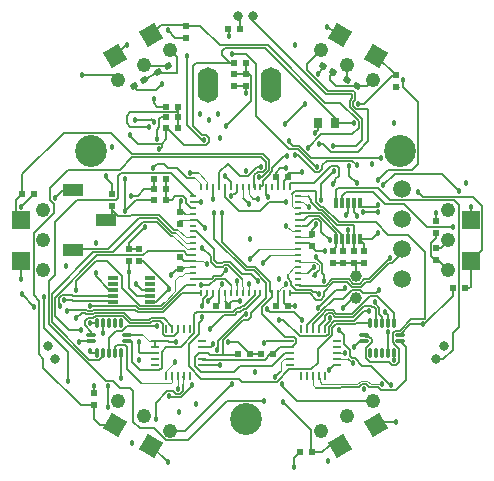
<source format=gbl>
G04 Layer_Physical_Order=4*
G04 Layer_Color=16711680*
%FSLAX25Y25*%
%MOIN*%
G70*
G01*
G75*
%ADD12P,0.08352X4X165.0*%
%ADD13R,0.05906X0.05906*%
%ADD14P,0.08352X4X285.0*%
%ADD25R,0.02362X0.01969*%
%ADD26R,0.01969X0.02362*%
G04:AMPARAMS|DCode=29|XSize=19.69mil|YSize=23.62mil|CornerRadius=0mil|HoleSize=0mil|Usage=FLASHONLY|Rotation=60.000|XOffset=0mil|YOffset=0mil|HoleType=Round|Shape=Rectangle|*
%AMROTATEDRECTD29*
4,1,4,0.00531,-0.01443,-0.01515,-0.00262,-0.00531,0.01443,0.01515,0.00262,0.00531,-0.01443,0.0*
%
%ADD29ROTATEDRECTD29*%

G04:AMPARAMS|DCode=30|XSize=19.69mil|YSize=23.62mil|CornerRadius=0mil|HoleSize=0mil|Usage=FLASHONLY|Rotation=120.000|XOffset=0mil|YOffset=0mil|HoleType=Round|Shape=Rectangle|*
%AMROTATEDRECTD30*
4,1,4,0.01515,-0.00262,-0.00531,-0.01443,-0.01515,0.00262,0.00531,0.01443,0.01515,-0.00262,0.0*
%
%ADD30ROTATEDRECTD30*%

%ADD31R,0.03150X0.03543*%
%ADD37C,0.00500*%
%ADD40C,0.03937*%
%ADD41O,0.06890X0.11811*%
%ADD42C,0.05906*%
%ADD43C,0.04800*%
%ADD44C,0.10630*%
%ADD45C,0.01800*%
%ADD56O,0.02559X0.00984*%
%ADD57O,0.00984X0.02559*%
%ADD58O,0.03150X0.00984*%
%ADD59O,0.00984X0.03150*%
%ADD60R,0.03347X0.01181*%
%ADD61R,0.01181X0.03347*%
%ADD62R,0.06890X0.03937*%
%ADD63O,0.01181X0.03347*%
%ADD64O,0.03347X0.01181*%
%ADD65C,0.00492*%
%ADD66C,0.03150*%
D12*
X50966Y150897D02*
D03*
X39033Y144007D02*
D03*
X114034Y14103D02*
D03*
X125967Y20993D02*
D03*
D13*
X7500Y89389D02*
D03*
Y75610D02*
D03*
X157500Y75611D02*
D03*
Y89390D02*
D03*
D14*
X39033Y20993D02*
D03*
X50967Y14103D02*
D03*
X125967Y144008D02*
D03*
X114033Y150897D02*
D03*
D25*
X80468Y153000D02*
D03*
X76531D02*
D03*
X82468Y141500D02*
D03*
X78531D02*
D03*
X59969Y127000D02*
D03*
X56032D02*
D03*
X59969Y120000D02*
D03*
X56032D02*
D03*
X55968Y99500D02*
D03*
X52031D02*
D03*
X55968Y96000D02*
D03*
X52031D02*
D03*
X83969Y44500D02*
D03*
X80032D02*
D03*
X91469Y44500D02*
D03*
X87532D02*
D03*
X11969Y98000D02*
D03*
X8032D02*
D03*
X100531Y12000D02*
D03*
X104469D02*
D03*
X155468Y66500D02*
D03*
X151532D02*
D03*
X59969Y123500D02*
D03*
X56032D02*
D03*
X52031Y103000D02*
D03*
X55968D02*
D03*
X96469Y103500D02*
D03*
X92532D02*
D03*
X96469Y60500D02*
D03*
X92532D02*
D03*
X72531D02*
D03*
X76468D02*
D03*
D26*
X47000Y75532D02*
D03*
Y79469D02*
D03*
X43500D02*
D03*
Y75532D02*
D03*
X111500Y78969D02*
D03*
Y75032D02*
D03*
X115000D02*
D03*
Y78969D02*
D03*
X118500D02*
D03*
Y75032D02*
D03*
X122000D02*
D03*
Y78969D02*
D03*
X78500Y137969D02*
D03*
Y134031D02*
D03*
X38000Y97969D02*
D03*
Y94032D02*
D03*
X62500Y153969D02*
D03*
Y150031D02*
D03*
X32000Y27531D02*
D03*
Y31468D02*
D03*
X132500Y133531D02*
D03*
Y137469D02*
D03*
X146000Y88968D02*
D03*
Y85031D02*
D03*
X82500Y134031D02*
D03*
Y137969D02*
D03*
X146000Y76032D02*
D03*
Y79969D02*
D03*
X60500Y91969D02*
D03*
Y88032D02*
D03*
Y73032D02*
D03*
Y76968D02*
D03*
X104500Y84469D02*
D03*
Y80532D02*
D03*
D29*
X111705Y138516D02*
D03*
X108295Y140484D02*
D03*
X116295Y135984D02*
D03*
X119705Y134016D02*
D03*
D30*
X45295D02*
D03*
X48705Y135984D02*
D03*
X53295Y138516D02*
D03*
X56705Y140484D02*
D03*
D31*
X106744Y121500D02*
D03*
X112256D02*
D03*
D37*
X94000Y46969D02*
X97997D01*
X89390Y63390D02*
Y68444D01*
X67874Y45000D02*
X70000D01*
X66905D02*
X67874D01*
X109517Y109050D02*
X117950D01*
X108050Y107583D02*
X109517Y109050D01*
X99967Y111000D02*
X105717Y105250D01*
X99000Y111000D02*
X99967D01*
X95250Y110750D02*
X96367D01*
X114978Y65978D02*
X115500Y66500D01*
X112478Y65978D02*
X114978D01*
X107436Y58598D02*
X111838Y63000D01*
X115000D01*
X117978Y65978D01*
X120563D01*
X107583Y62750D02*
X108650Y63816D01*
Y65402D01*
X111748Y68500D01*
X116418D01*
X117897Y67022D01*
X120977D01*
X122456Y68500D01*
X124000D01*
X130350Y74850D01*
X131183D01*
X134500Y78167D01*
Y79508D01*
X122041Y69500D02*
X123500D01*
X120563Y68022D02*
X122041Y69500D01*
X118311Y68022D02*
X120563D01*
X116833Y69500D02*
X118311Y68022D01*
X111333Y69500D02*
X116833D01*
X123500D02*
X130500Y76500D01*
X109183Y67350D02*
X111333Y69500D01*
X106500Y60000D02*
X112478Y65978D01*
X90600Y104938D02*
X91150Y105488D01*
X90600Y104600D02*
Y104938D01*
X91150Y105488D02*
Y106650D01*
X95250Y110750D01*
X89600Y105353D02*
X90150Y105902D01*
Y109350D01*
X88600Y105767D02*
X89150Y106317D01*
Y108490D01*
X89600Y105262D02*
Y105353D01*
X87838Y103500D02*
X89600Y105262D01*
X88600Y105676D02*
Y105767D01*
X88274Y105350D02*
X88600Y105676D01*
X86516Y105350D02*
X88274D01*
X88148Y102148D02*
X90600Y104600D01*
X88148Y100845D02*
Y102148D01*
X87421Y100118D02*
X88148Y100845D01*
X88360Y111140D02*
X90150Y109350D01*
X87500Y110140D02*
X89150Y108490D01*
X44860Y111140D02*
X88360D01*
X44740Y110140D02*
X87500D01*
X96469Y104850D02*
X100741D01*
X101291Y105400D01*
X96469Y103500D02*
Y104850D01*
X94000Y106500D02*
X96000D01*
X92532Y105032D02*
X94000Y106500D01*
X87000Y103500D02*
X87838D01*
X85350Y100118D02*
Y104183D01*
Y100118D02*
X85453D01*
X85350Y104183D02*
X86516Y105350D01*
X86334Y107000D02*
X87500D01*
X83183Y103850D02*
X86334Y107000D01*
X76500Y108000D02*
X80650Y103850D01*
X83183D01*
X89390Y97610D02*
Y100118D01*
Y97610D02*
X90000Y97000D01*
X76469Y60800D02*
X77926Y62258D01*
X82765Y59650D02*
X87421Y64306D01*
X81817Y59650D02*
X82765D01*
X80602Y59850D02*
X81402Y60650D01*
X81796D02*
X85453Y64306D01*
X81402Y60650D02*
X81796D01*
X77926Y62258D02*
X80677D01*
X80716Y58550D02*
X81817Y59650D01*
X70800Y46969D02*
X71500Y48000D01*
X80716Y58550D02*
Y58552D01*
X79638D02*
X80716D01*
X78851Y57766D02*
X79638Y58552D01*
X79522Y59850D02*
X80602D01*
X74500Y81914D02*
Y91500D01*
Y81914D02*
X82914Y73500D01*
X81516Y96484D02*
X83500Y94500D01*
X82914Y73500D02*
X85748D01*
X82500Y72500D02*
X85334D01*
X72000Y83000D02*
X82500Y72500D01*
X72000Y83000D02*
Y91500D01*
X74902Y75150D02*
X77436D01*
X81286Y71300D01*
X75317Y74150D02*
X76683D01*
X81200Y69634D01*
X81286Y71300D02*
X84200D01*
X85748Y73500D02*
X90632Y68616D01*
Y65608D02*
Y68616D01*
Y65608D02*
X91358Y64882D01*
X85334Y72500D02*
X89390Y68444D01*
X84200Y71300D02*
X86500Y69000D01*
X84000Y76250D02*
X87297Y79547D01*
X88321Y75000D02*
X90900Y77579D01*
X65881Y85453D02*
X71850Y79483D01*
Y75817D02*
Y79483D01*
X70850Y75402D02*
X72500Y73752D01*
Y73769D01*
X74936D01*
X75317Y74150D01*
X74602Y74850D02*
X74902Y75150D01*
X72816Y74850D02*
X74602D01*
X71850Y75817D02*
X72816Y74850D01*
X85850Y124000D02*
Y141345D01*
Y124000D02*
X96850Y113000D01*
X100002D01*
X97000Y115200D02*
X98200Y114000D01*
X97000Y115200D02*
Y115500D01*
X92532Y103500D02*
Y105032D01*
X75500Y104000D02*
X77579Y101921D01*
X73642Y100118D02*
Y105142D01*
X104359Y110057D02*
X127645D01*
X100417Y114000D02*
X104359Y110057D01*
X106102Y106900D02*
X106400D01*
X100002Y113000D02*
X106102Y106900D01*
X117950Y109050D02*
X119500Y107500D01*
X117100Y104100D02*
Y107400D01*
Y104100D02*
X119600Y101600D01*
X113350Y99950D02*
X126550D01*
X116000Y98500D02*
X125100D01*
X98200Y114000D02*
X100417D01*
X108050Y106217D02*
Y107583D01*
X107083Y105250D02*
X108050Y106217D01*
X105717Y105250D02*
X107083D01*
X84300Y128800D02*
Y137169D01*
X76000Y120500D02*
X84300Y128800D01*
X76000Y120500D02*
Y120900D01*
X75900Y121000D02*
X76000Y120900D01*
X57506Y104994D02*
X64882Y97618D01*
Y97264D02*
Y97618D01*
X41000Y104994D02*
X57506D01*
X40700Y106100D02*
X44740Y110140D01*
X44593Y111407D02*
X44860Y111140D01*
X80410Y92250D02*
X87364D01*
X75617Y97044D02*
Y100112D01*
Y97044D02*
X80410Y92250D01*
X77579Y100118D02*
Y101921D01*
X59653Y106547D02*
X63000Y103200D01*
X56777Y106547D02*
X59653D01*
X55324Y108000D02*
X56777Y106547D01*
X52800Y108000D02*
X55324D01*
X44593Y111407D02*
X44593D01*
X37600Y118400D02*
X44593Y111407D01*
X51500Y106700D02*
X52800Y108000D01*
X39800Y103794D02*
X41000Y104994D01*
X71673Y96327D02*
X71700Y96300D01*
X71673Y96327D02*
Y100118D01*
X75610D02*
X75617Y100112D01*
X71700Y96300D02*
Y96924D01*
X75500Y100008D02*
X75610Y100118D01*
X87364Y92250D02*
X90314Y95200D01*
X95800D01*
X13500Y44500D02*
Y59466D01*
Y44500D02*
X15000Y43000D01*
Y40000D02*
Y43000D01*
Y40000D02*
X27469Y27531D01*
X11800Y64200D02*
X13750Y62250D01*
Y59716D02*
Y62250D01*
X13500Y59466D02*
X13750Y59716D01*
X23200Y35700D02*
Y45300D01*
X15300Y53200D02*
X23200Y45300D01*
X15300Y53200D02*
Y63500D01*
X16850Y54650D02*
X35850Y35650D01*
X16850Y54650D02*
Y68950D01*
X17850Y55150D02*
X30344Y42656D01*
X17850Y55150D02*
Y64764D01*
X148427Y42928D02*
X151500Y46000D01*
X145924Y42928D02*
X148427D01*
X151500Y46000D02*
Y51500D01*
X153500Y53500D01*
Y94300D01*
X77000Y150500D02*
Y153031D01*
X76531Y153500D02*
X77000Y153031D01*
X67598Y38500D02*
X78500D01*
X65549Y40549D02*
X67598Y38500D01*
X78500D02*
X80500Y40500D01*
X73937Y41063D02*
X74000Y41000D01*
X68140Y42766D02*
X89023D01*
X120637Y82798D02*
X122000Y81435D01*
Y78969D02*
Y81435D01*
X118500Y78969D02*
X118668Y79137D01*
Y82798D01*
X114731D02*
X115000Y82529D01*
Y78969D02*
Y82529D01*
X107512Y91650D02*
X114731Y84430D01*
Y82798D02*
Y84430D01*
X118260Y63260D02*
X119437D01*
X115000Y60000D02*
X118260Y63260D01*
X120563Y65978D02*
X121541Y65000D01*
X124022Y64000D02*
X126219D01*
X118022Y58000D02*
X124022Y64000D01*
X112333Y57000D02*
X118436D01*
X112748Y58000D02*
X118022D01*
X118436Y57000D02*
X122086Y60650D01*
X124183D01*
X121541Y65000D02*
X126000D01*
X63000Y121086D02*
Y144000D01*
X56031Y120369D02*
X62050Y114350D01*
X69183D01*
X70150Y115317D01*
Y116683D01*
X69183Y117650D02*
X70150Y116683D01*
X67850Y117650D02*
X69183D01*
X65000Y120500D02*
X67850Y117650D01*
X63000Y121086D02*
X68086Y116000D01*
X68500D01*
X65000Y120500D02*
Y140500D01*
X66000Y141500D01*
X77555Y97439D02*
X78205Y98089D01*
X79089D01*
X77555Y97439D02*
Y98089D01*
X79547Y98547D02*
Y100118D01*
X79089Y98089D02*
X79547Y98547D01*
X126000Y65000D02*
X126797Y65797D01*
X126219Y64000D02*
X131937Y58282D01*
X122000Y75031D02*
X122500Y74531D01*
X115000Y75031D02*
X122000D01*
X115000Y75032D02*
X115000Y75031D01*
X119000Y74531D02*
X119215Y74317D01*
Y70962D02*
Y74317D01*
X112763Y80232D02*
Y82798D01*
X111500Y78969D02*
X112763Y80232D01*
X106017Y62750D02*
X107583D01*
X111183Y58150D02*
X112333Y57000D01*
X111598Y59150D02*
X112748Y58000D01*
X107850Y57598D02*
X109402Y59150D01*
X108850Y57183D02*
X109817Y58150D01*
X109402Y59150D02*
X111598D01*
X109817Y58150D02*
X111183D01*
X111955Y55541D02*
X118541D01*
X110179Y53765D02*
X111955Y55541D01*
X112541Y54541D02*
X118956D01*
X111179Y53179D02*
X112541Y54541D01*
X118541Y55541D02*
X122000Y59000D01*
X118956Y54541D02*
X119335Y54921D01*
X124063D01*
X105000Y52874D02*
Y54752D01*
X103031Y54198D02*
X107431Y58598D01*
X107845Y57598D02*
X107850D01*
X105000Y54752D02*
X107845Y57598D01*
X107431Y58598D02*
X107436D01*
X122000Y59000D02*
X123500D01*
X125500Y61500D02*
Y62000D01*
X126000Y54953D02*
Y59586D01*
X125436Y60150D02*
X126000Y59586D01*
X124683Y60150D02*
X125436D01*
X124183Y60650D02*
X124683Y60150D01*
X132000Y42500D02*
Y46500D01*
X129817Y49031D02*
X129832Y49047D01*
Y51848D01*
X131482Y51539D02*
X132268Y52325D01*
X131482Y48461D02*
Y51539D01*
X132268Y52325D02*
X133825D01*
X132683Y40850D02*
X133650Y41817D01*
X131482Y48461D02*
X132268Y47675D01*
X132319D01*
X133650Y46344D01*
Y41817D02*
Y46344D01*
X131317Y40850D02*
X132683D01*
X133906Y49016D02*
X136000Y46921D01*
Y36000D02*
Y46921D01*
X132500Y32500D02*
X136000Y36000D01*
X130167Y42000D02*
X131317Y40850D01*
X124000Y42000D02*
X130167D01*
X122722Y43278D02*
X124000Y42000D01*
X122722Y43278D02*
Y46717D01*
X123508Y47502D01*
X123559D01*
X124518Y48461D01*
Y49571D01*
X123732Y50356D02*
X124518Y49571D01*
X122722Y50356D02*
X123732D01*
X122094Y50984D02*
X122722Y50356D01*
X127667Y32500D02*
X132500D01*
X126663Y33504D02*
X127667Y32500D01*
X123650Y33504D02*
X126663D01*
X130667Y34333D02*
X130833D01*
X129817Y45850D02*
Y49031D01*
X133825Y52325D02*
X137650Y56150D01*
X133906Y50984D02*
X137421Y54500D01*
X141500D02*
X142114D01*
X137421D02*
X141500D01*
X129969Y45079D02*
Y45850D01*
X129817D02*
X129969D01*
X106500Y138000D02*
X108295Y139795D01*
Y140484D01*
X109867Y132300D02*
X118514D01*
X102850Y139317D02*
Y141217D01*
Y139317D02*
X109867Y132300D01*
X84469Y156031D02*
X109200Y131300D01*
X84469Y156031D02*
Y158000D01*
X109200Y131300D02*
X118100D01*
X102850Y141217D02*
X107590Y145957D01*
X111179Y50863D02*
Y53179D01*
X113500Y52500D02*
X115199Y50801D01*
X106600Y64500D02*
X107000D01*
X105800Y65300D02*
X106600Y64500D01*
X108850Y55850D02*
Y57183D01*
X110500Y55500D02*
Y56500D01*
X108937Y53937D02*
X110500Y55500D01*
X115199Y47801D02*
Y50801D01*
X110411Y39411D02*
X112063Y41063D01*
X120516Y49016D02*
X122094D01*
X118500Y47000D02*
X120516Y49016D01*
X117150Y43993D02*
Y45850D01*
X115199Y47801D02*
X117150Y45850D01*
Y43993D02*
X117943Y43201D01*
X118833D02*
X121434Y40600D01*
X124400D01*
X117943Y43201D02*
X118833D01*
X118150Y41551D02*
Y41579D01*
X116729Y43000D02*
X118150Y41579D01*
X104881Y65300D02*
X105800D01*
X104299Y65882D02*
X104881Y65300D01*
X101118Y65882D02*
X104299D01*
X101000Y66000D02*
X101118Y65882D01*
X103885Y64882D02*
X106017Y62750D01*
X97264Y64882D02*
X103885D01*
X99310Y66000D02*
X101000D01*
X97650Y67660D02*
X99310Y66000D01*
X100118Y67736D02*
X100504Y67350D01*
X110179Y51277D02*
Y53765D01*
X109451Y50549D02*
X110179Y51277D01*
X100549Y50549D02*
X109451D01*
X106969Y53969D02*
X108850Y55850D01*
X108500Y69000D02*
Y70950D01*
X100504Y67350D02*
X109183D01*
X107869Y71581D02*
X108500Y70950D01*
X97650Y67660D02*
Y68683D01*
X96500Y69833D02*
X97650Y68683D01*
X96500Y69833D02*
Y71442D01*
X106969Y52874D02*
Y53969D01*
X108937Y52874D02*
Y53937D01*
X19000Y96500D02*
X21772Y99272D01*
X17350Y95816D02*
Y100050D01*
Y95816D02*
X18500Y94666D01*
X17350Y100050D02*
X23400Y106100D01*
X18500Y91500D02*
Y94666D01*
X11800Y64200D02*
Y84800D01*
X18500Y91500D01*
X56500Y152500D02*
X58968Y150032D01*
X62500D01*
X50966Y150897D02*
X54219Y154150D01*
X62319D01*
X62500Y153969D01*
X53295Y138291D02*
X59709D01*
X57410Y145975D02*
X59709Y143676D01*
Y138291D02*
Y143676D01*
X53295Y138291D02*
Y138516D01*
X44732Y134405D02*
X46382Y132755D01*
X52755D01*
X54500Y134500D01*
X52651Y140709D02*
X56705D01*
X48750Y140975D02*
X49241Y140484D01*
X52426D01*
X52651Y140709D01*
X56705Y140484D02*
Y140709D01*
X48705Y135984D02*
X53295Y138516D01*
X151532Y63917D02*
Y66500D01*
X142114Y54500D02*
X151532Y63917D01*
X110500Y136000D02*
Y137311D01*
X111705Y138516D01*
X110500Y136000D02*
X112709Y133791D01*
X119480D01*
X111705Y137737D02*
Y138516D01*
X116250Y140957D02*
X116295Y140912D01*
Y135984D02*
Y140912D01*
X122969Y134016D02*
X124910Y135957D01*
X119705Y134016D02*
X122969D01*
X146000Y88969D02*
Y91550D01*
X144266Y77234D02*
X145469Y76031D01*
X144266Y77234D02*
Y81460D01*
X146000Y83194D01*
Y85032D01*
X147468Y79968D02*
X150000Y82500D01*
X146000Y79968D02*
X147468D01*
X146469Y76031D02*
X150000Y72500D01*
X146000Y76031D02*
X146469D01*
X125967Y144002D02*
X132500Y137468D01*
X125967Y144002D02*
Y144007D01*
X109500Y153500D02*
X114033Y150897D01*
X7500Y69500D02*
Y75610D01*
X7500Y75610D02*
X7500Y75610D01*
X8000Y64500D02*
X12100Y60400D01*
X50967Y14033D02*
X56500Y8500D01*
X128500Y22000D02*
X132500D01*
X125967Y19467D02*
X128500Y22000D01*
X95561Y67561D02*
X96000Y68000D01*
X55025Y58597D02*
X61310Y64882D01*
X45741Y59344D02*
X46489Y58597D01*
X55025D01*
X46000Y60500D02*
X46800Y59700D01*
X46000Y60500D02*
X46000Y60500D01*
X30500Y60500D02*
X46000D01*
X30344Y42656D02*
X33618D01*
X35850Y35650D02*
X38217D01*
X27000Y48500D02*
X27984Y49016D01*
X31094D01*
X23500Y52500D02*
X27500D01*
X35032Y51532D02*
Y54921D01*
X31094Y50984D02*
Y51993D01*
X28850Y54238D02*
X31094Y51993D01*
X28850Y54238D02*
Y55605D01*
X29817Y56571D01*
X31734D01*
X32508Y57344D01*
X41492D01*
X31598Y57850D02*
X32092Y58344D01*
X29402Y57850D02*
X31598D01*
X28908Y58344D02*
X29402Y57850D01*
X27844Y58344D02*
X28908D01*
X31183Y58850D02*
X31678Y59344D01*
X29817Y58850D02*
X31183D01*
X29322Y59344D02*
X29817Y58850D01*
X26000Y56500D02*
X27844Y58344D01*
X23344Y59344D02*
X29322D01*
X23000Y59000D02*
X23344Y59344D01*
X24835Y64031D02*
X38398D01*
X24950Y62150D02*
X38311D01*
X38398Y62063D01*
X24600Y62500D02*
X24950Y62150D01*
X24717Y64150D02*
X24835Y64031D01*
X30500Y54921D02*
X33063D01*
X46850Y45317D02*
X47167Y45000D01*
X52126Y46969D02*
Y48937D01*
X82695Y144500D02*
X85850Y141345D01*
X77800Y144500D02*
X82695D01*
X75500Y146500D02*
X89100D01*
X73800Y147500D02*
X89800D01*
X89100Y146500D02*
X112256Y123344D01*
X89800Y147500D02*
X108900Y128400D01*
X74500Y145500D02*
X75500Y146500D01*
X74500Y144222D02*
Y145500D01*
Y144222D02*
X77222Y141500D01*
X122032Y128000D02*
X131500Y137468D01*
X118350Y128683D02*
X119100Y129433D01*
Y131714D01*
X118514Y132300D02*
X119100Y131714D01*
X119317Y126350D02*
X122817D01*
X123300Y125867D01*
X117350Y126902D02*
X121400Y122852D01*
Y116000D02*
Y122852D01*
X118100Y129848D02*
Y131300D01*
X117350Y129098D02*
X118100Y129848D01*
X108900Y128400D02*
X113965D01*
X120200Y122165D01*
Y120000D02*
Y122165D01*
X117350Y126902D02*
Y129098D01*
X118350Y127317D02*
X119317Y126350D01*
X118350Y127317D02*
Y128683D01*
X120000Y128000D02*
X122032D01*
X123300Y115500D02*
Y125867D01*
X43850Y117400D02*
Y117590D01*
Y117400D02*
X46500Y114750D01*
X21931Y118400D02*
X37600D01*
X45500Y122500D02*
X50600D01*
X51100Y123000D01*
X52100Y122000D01*
X44000Y125240D02*
X59209D01*
X42800Y124040D02*
X44000Y125240D01*
X98500Y9969D02*
X100531Y12000D01*
X98500Y7000D02*
Y9969D01*
X133068Y134099D02*
X133635Y133531D01*
X132350Y133381D02*
X133068Y134099D01*
X132000Y121500D02*
X132350Y121850D01*
X135000Y133700D02*
Y136000D01*
X132500Y133531D02*
X133635D01*
X135000Y133700D02*
X140100Y128600D01*
Y108000D02*
Y128600D01*
X106000Y76463D02*
X107869Y74594D01*
X106031Y79000D02*
X109000D01*
X103516Y81516D02*
X106031Y79000D01*
X78500Y134032D02*
X82500D01*
X70850Y75402D02*
Y77150D01*
X68000Y80000D02*
X70850Y77150D01*
X81200Y69552D02*
Y69634D01*
X74150Y70650D02*
X76000Y72500D01*
X76500Y48500D02*
X79969D01*
X83969Y44500D01*
X75000Y44250D02*
X79781D01*
X70750D02*
X75000D01*
X83183Y55850D02*
X84150Y56817D01*
X78437Y58766D02*
X79522Y59850D01*
X84150Y56817D02*
Y58150D01*
X66266Y58766D02*
X78437D01*
X84150Y58150D02*
X89390Y63390D01*
X43000Y54000D02*
X53000D01*
X54821Y51277D02*
Y54679D01*
X53850Y55650D02*
X54821Y54679D01*
X51316Y55650D02*
X53850D01*
X54821Y51277D02*
X55549Y50549D01*
X67874Y41063D02*
X73937D01*
X80500Y40500D02*
X91243D01*
X95743Y45000D01*
X60500Y91969D02*
Y95000D01*
X61000Y95500D01*
X58950Y97150D02*
X61683D01*
X57800Y96000D02*
X58950Y97150D01*
X64306Y93327D02*
X64882D01*
X62650Y94983D02*
X64306Y93327D01*
X62650Y94983D02*
Y96184D01*
X61683Y97150D02*
X62650Y96184D01*
X55968Y96000D02*
X57800D01*
X91358Y63692D02*
Y64882D01*
X87850Y60184D02*
X91358Y63692D01*
X98723Y50179D02*
X99451Y49452D01*
Y48423D02*
Y49452D01*
X97997Y46969D02*
X99451Y48423D01*
X65500Y43595D02*
X66905Y45000D01*
X65500Y43595D02*
X65549Y43546D01*
Y40549D02*
Y43546D01*
X63500Y40500D02*
Y47946D01*
X67600Y36400D02*
X80200D01*
X63500Y40500D02*
X67600Y36400D01*
X63500Y47946D02*
X66850Y51296D01*
X95743Y45000D02*
X97126D01*
X38565Y137500D02*
X40090Y135975D01*
X28000Y137500D02*
X38565D01*
X18900Y88700D02*
X26200Y96000D01*
X21317Y64150D02*
X24717D01*
X20350Y63183D02*
X21317Y64150D01*
X20350Y60650D02*
Y63183D01*
Y60650D02*
X20500Y60500D01*
X22000Y62500D02*
X24600D01*
X18850Y57150D02*
Y63264D01*
X33048Y77463D02*
X48295D01*
X18850Y63264D02*
X33048Y77463D01*
X18850Y57150D02*
X23500Y52500D01*
X31678Y59344D02*
X45741D01*
X61310Y64882D02*
X67736D01*
X46800Y59700D02*
Y59700D01*
Y59700D02*
X54714D01*
X62750Y67736D01*
X41164Y66751D02*
X47214Y60700D01*
X54300D01*
X55600Y62000D01*
X41164Y66751D02*
Y70736D01*
X32092Y58344D02*
X41906D01*
X44251Y56000D01*
X50252D01*
X50902Y56650D02*
X55126D01*
X58032Y53745D01*
X50252Y56000D02*
X50902Y56650D01*
X58032Y52874D02*
Y53745D01*
X50667Y55000D02*
X51316Y55650D01*
X43837Y55000D02*
X50667D01*
X41492Y57344D02*
X43837Y55000D01*
X41325Y52325D02*
X43000Y54000D01*
X39325Y52325D02*
X41325D01*
X42906Y50984D02*
X48300D01*
X42906Y49016D02*
X44600D01*
Y42000D02*
Y49016D01*
X37000Y50000D02*
X39325Y52325D01*
X142350Y56150D02*
Y78650D01*
X136700Y84300D02*
X142350Y78650D01*
X137650Y56150D02*
X142350D01*
X100118Y89390D02*
X101976D01*
X124400Y40600D02*
X130667Y34333D01*
X129969Y54921D02*
Y57531D01*
X128000Y54921D02*
Y56800D01*
X104400Y39500D02*
X106608Y41708D01*
X66850Y54850D02*
X68000Y56000D01*
Y57000D01*
X65350Y57850D02*
X66266Y58766D01*
X65350Y51448D02*
Y57850D01*
X66850Y51296D02*
Y54850D01*
X68000Y60500D02*
X68350Y60850D01*
Y62884D01*
X69705Y64238D01*
Y64882D01*
X60802Y46900D02*
X65350Y51448D01*
X56000Y46900D02*
X60802D01*
X73642Y61610D02*
Y64882D01*
X72531Y60500D02*
X73642Y61610D01*
X76300Y60500D02*
Y61610D01*
X75610Y62300D02*
X76300Y61610D01*
X46850Y48350D02*
X47000Y48500D01*
X46850Y45317D02*
Y48350D01*
X44600Y42000D02*
X47300Y39300D01*
X53700D01*
X47167Y45000D02*
X52126D01*
X71673Y63873D02*
Y64882D01*
X83969Y44500D02*
X87531D01*
X70000Y45000D02*
X70750Y44250D01*
X79781D02*
X80031Y44500D01*
X67874Y43032D02*
X68140Y42766D01*
X89023D02*
X90757Y44500D01*
X91469D01*
X94000Y46969D02*
Y47031D01*
X91469Y44500D02*
X94000Y47031D01*
X7500Y93743D02*
X7711D01*
X11969Y98000D01*
X5850Y95818D02*
X8031Y98000D01*
X5850Y91039D02*
Y95818D01*
Y91039D02*
X7500Y89389D01*
X33618Y42656D02*
X35032Y44069D01*
Y45079D01*
X17850Y64764D02*
X31548Y78462D01*
X16850Y68950D02*
X18900Y71000D01*
X55549Y50549D02*
X58546D01*
X60000Y52003D01*
Y52874D01*
X52500Y62063D02*
X56787Y66350D01*
X50602Y62063D02*
X52500D01*
X62750Y67736D02*
X64882D01*
X48332Y75531D02*
X56850Y67014D01*
Y66350D02*
Y67014D01*
X82500Y131450D02*
Y134032D01*
X46476Y97200D02*
X48776Y99500D01*
X44209Y97200D02*
X46476D01*
X32000Y31469D02*
Y34050D01*
X157500Y89390D02*
Y93743D01*
X92532Y103500D02*
X93327D01*
X52000Y103000D02*
X52032D01*
X60500Y88032D02*
Y89390D01*
X76300Y60500D02*
X76469D01*
X61690Y91969D02*
X62300Y91358D01*
X60500Y91969D02*
X61690D01*
X59969Y120000D02*
Y123500D01*
Y126000D01*
X82500Y137969D02*
Y139700D01*
X82469Y139731D02*
X82500Y139700D01*
X82469Y139731D02*
Y141500D01*
X78500Y137969D02*
X82500D01*
X55969Y99500D02*
Y103000D01*
X55968Y96000D02*
Y97700D01*
X55969Y97700D01*
Y99500D01*
X80469Y153500D02*
Y155700D01*
X80532Y155763D01*
Y158000D01*
X104300Y12000D02*
X108100D01*
X110203Y14103D01*
X114034D01*
X155469Y66500D02*
X157000D01*
X157500Y67000D01*
Y75611D01*
X32000Y22993D02*
Y27531D01*
Y22993D02*
X34000Y20993D01*
X39033D01*
X112256Y121500D02*
X118531D01*
X38000Y97969D02*
Y101374D01*
X36000Y103374D02*
X38000Y101374D01*
X36000Y103374D02*
Y103791D01*
X42200Y92400D02*
X45800Y96000D01*
X52031D01*
X42200Y92400D02*
Y103100D01*
X106744Y119328D02*
Y121500D01*
X105744Y118328D02*
X106744Y119328D01*
X52126Y48937D02*
X56756D01*
X57093Y48600D01*
X59342D01*
X47888Y66000D02*
X50602D01*
X45888Y68000D02*
X47888Y66000D01*
X52976Y127000D02*
X56032D01*
X51810Y128167D02*
X52976Y127000D01*
X51810Y128167D02*
Y129600D01*
X43500Y66652D02*
X46121Y64031D01*
X50602D01*
X54500Y45400D02*
X56000Y46900D01*
X76469Y60500D02*
Y60800D01*
X57410Y19043D02*
X62443D01*
X78100Y34700D01*
X46500Y114750D02*
X54460D01*
X54250Y123500D02*
X56032D01*
X53750Y123000D02*
X54250Y123500D01*
X53750Y120340D02*
Y123000D01*
X52810Y119400D02*
X53750Y120340D01*
X52810Y116400D02*
Y119400D01*
X96469Y60500D02*
X99050D01*
X138100Y106000D02*
X140100Y108000D01*
X130100Y106000D02*
X138100D01*
X126700Y102600D02*
X130100Y106000D01*
X126100Y93600D02*
X126700Y94200D01*
X120637Y93600D02*
Y95002D01*
X114731D02*
Y97231D01*
X116000Y98500D01*
X125100D02*
X128900Y94700D01*
X135400D01*
X143100Y87000D01*
X151500D01*
X106900Y114600D02*
X108300D01*
X110836Y112064D01*
X119864D01*
X123300Y115500D01*
X116700Y82798D02*
Y85871D01*
X82500Y137969D02*
X83500D01*
X84300Y137169D01*
X152000Y95800D02*
X153500Y94300D01*
X130700Y95800D02*
X152000D01*
X126550Y99950D02*
X130700Y95800D01*
X112763Y99363D02*
X113350Y99950D01*
X112763Y95002D02*
Y99363D01*
X63808Y104900D02*
X66805D01*
X119400Y114000D02*
X121400Y116000D01*
X111500Y114000D02*
X119400D01*
X27469Y27531D02*
X32000D01*
X23400Y106100D02*
X40700D01*
X98000Y98000D02*
X98945Y98945D01*
X105530D01*
X105850Y98626D01*
X130110Y84300D02*
X136700D01*
X36012Y89429D02*
X38000Y91417D01*
X140100Y98700D02*
X141700Y97100D01*
X158200D01*
X161300Y94000D01*
Y79410D02*
Y94000D01*
X157500Y75611D02*
X161300Y79410D01*
X43500Y73000D02*
Y75531D01*
X107500Y101300D02*
X111800Y105600D01*
X37000Y45079D02*
Y50000D01*
X64882Y95295D02*
X67595D01*
X67600Y95300D01*
X44000Y120400D02*
X50400D01*
X42800Y121600D02*
X44000Y120400D01*
X42800Y121600D02*
Y124040D01*
X59209Y125240D02*
X59969Y126000D01*
Y127000D01*
X99557Y29043D02*
X124910D01*
X40000Y90600D02*
X43800D01*
X38000Y92600D02*
Y94031D01*
X36500Y26800D02*
Y34000D01*
X15200Y63500D02*
X15300D01*
X147950Y104750D02*
X153700Y99000D01*
X132150Y104750D02*
X147950D01*
X128350Y100950D02*
X132150Y104750D01*
X42900Y39600D02*
Y47000D01*
X42300Y47600D02*
X42900Y47000D01*
X39500Y47600D02*
X42300D01*
X38969Y47069D02*
X39500Y47600D01*
X38969Y45079D02*
Y47069D01*
X106000Y33200D02*
X113900D01*
X97264Y100118D02*
Y101700D01*
X105300D01*
X110850Y107250D01*
X113000D01*
X113500Y106750D01*
Y104000D02*
Y106750D01*
X112400Y102900D02*
X113500Y104000D01*
X112400Y102100D02*
Y102900D01*
X111500Y101200D02*
X112400Y102100D01*
X124598Y82798D02*
X126700Y84900D01*
X120637Y82798D02*
X124598D01*
X63000Y103200D02*
X65736D01*
X39800Y96500D02*
Y103794D01*
X39300Y96000D02*
X39800Y96500D01*
X26200Y96000D02*
X39300D01*
X18900Y71000D02*
Y88700D01*
X38217Y35650D02*
X40467Y33400D01*
X44000D01*
X45100Y32300D01*
Y22000D02*
Y32300D01*
Y22000D02*
X47201Y19899D01*
X52100D01*
X56105Y15893D01*
X63193D01*
X76400Y29100D01*
X88532D01*
X62500Y153969D02*
X67331D01*
X73800Y147500D01*
X118000Y117800D02*
X120200Y120000D01*
X107750Y117800D02*
X118000D01*
X103350Y113400D02*
X107750Y117800D01*
X85000Y96400D02*
X86700D01*
X8031Y104500D02*
X21931Y118400D01*
X8031Y98000D02*
Y104500D01*
X94900Y28618D02*
X104300Y19218D01*
X95700Y121400D02*
X102200Y127900D01*
X131500Y137468D02*
X132500D01*
X77222Y141500D02*
X78531D01*
X112256Y121500D02*
Y123344D01*
X40937Y36700D02*
Y45079D01*
X70000Y62200D02*
X71673Y63873D01*
X80200Y36400D02*
X81219Y35381D01*
X38000Y92600D02*
X40000Y90600D01*
X38000Y91417D02*
Y92600D01*
X43500Y66652D02*
Y73000D01*
X104300Y12000D02*
Y19218D01*
X66000Y141500D02*
X77222D01*
X48776Y99500D02*
X52000D01*
X52031D01*
X52000D02*
Y103000D01*
X93327Y100118D02*
Y103500D01*
X111500Y75032D02*
X115000D01*
X50967Y14033D02*
Y14103D01*
X39033Y144007D02*
X42526Y147500D01*
X43000D01*
X125967Y19467D02*
Y20993D01*
X59532Y73032D02*
X61690D01*
X62300Y73642D01*
X47000Y75531D02*
X48332D01*
X56787Y66350D02*
X56850D01*
X43500Y79469D02*
X47000D01*
X57500Y71000D02*
X59532Y73032D01*
X43500Y79469D02*
Y81500D01*
X49000Y87000D01*
X48317Y88650D02*
X52983D01*
X38129Y78462D02*
X48317Y88650D01*
X36463Y79462D02*
X47000Y90000D01*
X31548Y78462D02*
X38129D01*
X24988Y79429D02*
X25022Y79462D01*
X36463D01*
X47000Y90000D02*
X53047D01*
X43800Y90600D02*
X44300Y91100D01*
X53700D01*
X58700Y86100D01*
X60084D01*
X52983Y88650D02*
X57633Y84000D01*
X58447D01*
X53047Y90000D02*
X58047Y85000D01*
X59116D02*
X59234Y84882D01*
X58047Y85000D02*
X59116D01*
X120637Y93600D02*
X126100D01*
X107500Y96000D02*
Y101300D01*
X53500Y112790D02*
X54460Y113750D01*
Y114750D01*
X56031Y116322D01*
Y120369D01*
X95295Y61673D02*
X96469Y60500D01*
X95295Y61673D02*
Y64882D01*
X100118Y81516D02*
X103516D01*
X95295Y100118D02*
Y102327D01*
X96469Y103500D01*
X104500Y83484D02*
Y85809D01*
X92531Y60500D02*
X93327Y61295D01*
Y64882D01*
X48295Y77463D02*
X49832Y79000D01*
X58711D01*
X63116Y77579D02*
X64882D01*
X61795Y78900D02*
X63116Y77579D01*
X58811Y78900D02*
X61795D01*
X58711Y79000D02*
X58811Y78900D01*
X61858Y75610D02*
X64882D01*
X60500Y76969D02*
X61858Y75610D01*
X66160Y89390D02*
X69050Y86500D01*
X64882Y89390D02*
X66160D01*
X36400Y75500D02*
X41164Y70736D01*
X26000Y66100D02*
Y69000D01*
X32500Y75500D01*
X36400D01*
X32500Y70542D02*
Y71500D01*
X107102Y92650D02*
X107926D01*
X107650Y85350D02*
X110500Y82500D01*
X101421Y87421D02*
X103088D01*
X104500Y85809D02*
X106000Y87309D01*
X30500Y45500D02*
X30921Y45079D01*
X33063D01*
X118668Y82798D02*
Y87500D01*
X107926Y92650D02*
X113076Y87500D01*
X115996D01*
X117404D02*
X118668D01*
X115996D02*
X116017Y87521D01*
X117383D01*
X117404Y87500D01*
X113469Y88521D02*
X125889D01*
X130110Y84300D01*
X118668Y91832D02*
Y95002D01*
X119500Y90500D02*
Y91000D01*
X118668Y91832D02*
X119500Y91000D01*
X116000D02*
X116700Y91700D01*
Y95002D01*
X108340Y93650D02*
X113469Y88521D01*
X107517Y93650D02*
X108340D01*
X100118Y91358D02*
X100410Y91650D01*
X112763Y82798D02*
Y84985D01*
X107098Y90650D02*
X112763Y84985D01*
X107650Y85350D02*
Y88683D01*
X106683Y89650D02*
X107650Y88683D01*
X106000Y87309D02*
Y88000D01*
X103088Y87421D02*
X105317Y89650D01*
X106683D01*
X101976Y89390D02*
X103236Y90650D01*
X107098D01*
X100410Y91650D02*
X107512D01*
X103136Y97264D02*
X104400Y96000D01*
X105850Y95316D02*
X107517Y93650D01*
X105850Y95316D02*
Y98626D01*
X104400Y95352D02*
Y96000D01*
Y95352D02*
X107102Y92650D01*
X72483Y69650D02*
X75683D01*
X79500Y67600D02*
X79547Y67553D01*
X75683Y69650D02*
X77579Y67755D01*
X79500Y67600D02*
Y69000D01*
X21772Y99272D02*
X24988D01*
X67874Y46969D02*
X70800D01*
X81516Y55850D02*
X83183D01*
X74850Y44400D02*
X75000Y44250D01*
X74850Y44400D02*
Y49183D01*
X81516Y55850D01*
X72900Y45900D02*
X73150Y46150D01*
Y48898D01*
X42900Y39600D02*
X47700Y34800D01*
X59318Y31282D02*
X60685D01*
X61651Y32249D01*
X57000Y30500D02*
X57218Y30282D01*
X64700Y33884D02*
Y34200D01*
X57218Y30282D02*
X61099D01*
X64700Y33884D01*
X58450Y32150D02*
X59318Y31282D01*
X61651Y36808D02*
X61969Y37126D01*
X61651Y32249D02*
Y34582D01*
X52600Y22800D02*
Y28433D01*
X56317Y32150D01*
X58450D01*
X53700Y39300D02*
X54500Y40100D01*
Y45400D01*
X75266Y57766D02*
X78851D01*
X103400Y71673D02*
X105227Y73500D01*
X106000Y76463D02*
Y77000D01*
X121738Y91900D02*
X126700D01*
X87850Y57816D02*
Y60184D01*
X95487Y50179D02*
X98723D01*
X89181Y48937D02*
X97126D01*
X88500Y48256D02*
X89181Y48937D01*
X89500Y59500D02*
X90500Y58500D01*
X98600D01*
X101200Y55900D01*
X93500Y56000D02*
X95098D01*
X87850Y57816D02*
X95487Y50179D01*
X95098Y56000D02*
X100549Y50549D01*
X105000Y70700D02*
X106873Y72573D01*
X107869Y72991D02*
Y74594D01*
Y72991D02*
X107873Y72987D01*
Y72159D02*
Y72987D01*
X107869Y72155D02*
X107873Y72159D01*
X107869Y71581D02*
Y72155D01*
X126000Y54953D02*
X126032Y54921D01*
X131937D02*
Y58282D01*
X125500Y61500D02*
X127000Y60000D01*
Y57800D02*
Y60000D01*
Y57800D02*
X128000Y56800D01*
X106608Y41708D02*
Y46292D01*
X97000Y39500D02*
X104400D01*
X94500Y34100D02*
X99557Y29043D01*
X129000Y58500D02*
X129969Y57531D01*
X92151Y37031D02*
X94151Y39031D01*
X81219Y35381D02*
X92881D01*
X97000Y39500D01*
X94500Y34100D02*
Y34500D01*
X73150Y48898D02*
X82252Y58000D01*
X82500D01*
X113900Y33200D02*
X114204Y33504D01*
X120350D01*
Y33683D01*
X121317Y34650D01*
X122683D01*
X123650Y33683D01*
Y33504D02*
Y33683D01*
X106608Y46292D02*
X111179Y50863D01*
X112063Y41063D02*
X112874D01*
X70500Y53000D02*
X75266Y57766D01*
X72069Y70650D02*
X74150D01*
X71124Y69705D02*
X72069Y70650D01*
X64882Y69705D02*
X71124D01*
X70395Y67561D02*
X72483Y69650D01*
X67561Y67561D02*
X70395D01*
X89500Y97000D02*
X90000D01*
X73642Y105142D02*
X76500Y108000D01*
X32500Y70542D02*
X37042Y66000D01*
X38398D01*
D40*
X119437Y70740D02*
D03*
Y63260D02*
D03*
D41*
X70067Y134248D02*
D03*
X90933D02*
D03*
D42*
X134500Y69508D02*
D03*
Y79508D02*
D03*
Y89508D02*
D03*
Y99508D02*
D03*
D43*
X57410Y145975D02*
D03*
X48750Y140975D02*
D03*
X40090Y135975D02*
D03*
X15000Y92500D02*
D03*
Y82500D02*
D03*
Y72500D02*
D03*
X40090Y29043D02*
D03*
X48750Y24043D02*
D03*
X57410Y19043D02*
D03*
X107590D02*
D03*
X116250Y24043D02*
D03*
X124910Y29043D02*
D03*
X150000Y72500D02*
D03*
Y82500D02*
D03*
Y92500D02*
D03*
X124910Y135957D02*
D03*
X116250Y140957D02*
D03*
X107590Y145957D02*
D03*
D44*
X82500Y23000D02*
D03*
X30972Y112250D02*
D03*
X134029D02*
D03*
D45*
X99000Y111000D02*
D03*
X96367Y110750D02*
D03*
X115500Y66500D02*
D03*
X96000Y106500D02*
D03*
X87000Y103500D02*
D03*
X87500Y107000D02*
D03*
X80677Y62258D02*
D03*
X71500Y48000D02*
D03*
X82500Y105500D02*
D03*
X74059Y116559D02*
D03*
X72000Y91500D02*
D03*
X74500D02*
D03*
X83500Y94500D02*
D03*
X84000Y76250D02*
D03*
X88321Y75000D02*
D03*
X97000Y115500D02*
D03*
X75500Y104000D02*
D03*
X127645Y110057D02*
D03*
X117100Y107400D02*
D03*
X119600Y101600D02*
D03*
X76000Y120500D02*
D03*
X73134Y124500D02*
D03*
X71700Y96300D02*
D03*
X77000Y150500D02*
D03*
X74000Y41000D02*
D03*
X115000Y60000D02*
D03*
X63000Y144000D02*
D03*
X68500Y116000D02*
D03*
X77555Y97439D02*
D03*
X126797Y65797D02*
D03*
X125500Y62000D02*
D03*
X123500Y59000D02*
D03*
X129832Y51848D02*
D03*
X132000Y42500D02*
D03*
X128000Y34500D02*
D03*
X130833Y34333D02*
D03*
X141500Y54500D02*
D03*
X106500Y138000D02*
D03*
X113500Y52500D02*
D03*
X106500Y60000D02*
D03*
X107000Y64500D02*
D03*
X110500Y56500D02*
D03*
X110411Y39411D02*
D03*
X118500Y47000D02*
D03*
X118150Y41551D02*
D03*
X115500Y45000D02*
D03*
X105500Y71000D02*
D03*
X108500Y69000D02*
D03*
X19000Y96500D02*
D03*
X56500Y152500D02*
D03*
X54500Y134500D02*
D03*
X146000Y91550D02*
D03*
X109500Y153500D02*
D03*
X7500Y69500D02*
D03*
X8000Y64500D02*
D03*
X56500Y8500D02*
D03*
X110000Y9000D02*
D03*
X132500Y22000D02*
D03*
X93500Y69500D02*
D03*
X96000Y68000D02*
D03*
X47000Y42500D02*
D03*
X27000Y48500D02*
D03*
X27500Y52500D02*
D03*
X35000Y51500D02*
D03*
X30500Y60500D02*
D03*
X23000Y59000D02*
D03*
X30500Y54921D02*
D03*
X77800Y144500D02*
D03*
X70134Y122500D02*
D03*
X67134Y124500D02*
D03*
X120000Y128000D02*
D03*
X43850Y117590D02*
D03*
X45500Y122500D02*
D03*
X98500Y7000D02*
D03*
X132000Y121500D02*
D03*
X135000Y136000D02*
D03*
X67561Y67561D02*
D03*
X68000Y80000D02*
D03*
X84000Y83000D02*
D03*
X69459Y74459D02*
D03*
X76000Y72500D02*
D03*
X86500Y69000D02*
D03*
X124500Y108000D02*
D03*
X53000Y54000D02*
D03*
X61000Y95500D02*
D03*
X28000Y137500D02*
D03*
X22000Y62500D02*
D03*
X26000Y56500D02*
D03*
X109000Y79000D02*
D03*
X110500Y82500D02*
D03*
X95900Y87400D02*
D03*
X68000Y57000D02*
D03*
Y60500D02*
D03*
X89500Y59500D02*
D03*
X47000Y48500D02*
D03*
X76500D02*
D03*
X20500Y60500D02*
D03*
X15200Y63500D02*
D03*
X85500Y38500D02*
D03*
X82500Y131450D02*
D03*
X37950Y113500D02*
D03*
X44209Y97200D02*
D03*
X69050Y86500D02*
D03*
X7500Y93743D02*
D03*
X32000Y34050D02*
D03*
X157500Y93743D02*
D03*
X118531Y121500D02*
D03*
X36000Y103791D02*
D03*
X42200Y92400D02*
D03*
Y103100D02*
D03*
X105744Y118328D02*
D03*
X59342Y48600D02*
D03*
X60392Y25222D02*
D03*
X45888Y68000D02*
D03*
X51810Y129600D02*
D03*
X78100Y34700D02*
D03*
X52810Y116400D02*
D03*
X99050Y60500D02*
D03*
X126700Y102600D02*
D03*
Y94200D02*
D03*
X151500Y87000D02*
D03*
X101291Y105400D02*
D03*
X106900Y114600D02*
D03*
X53500Y112790D02*
D03*
X63808Y104900D02*
D03*
X111500Y114000D02*
D03*
X140100Y98700D02*
D03*
X106400Y106900D02*
D03*
X111800Y105600D02*
D03*
X101200Y55900D02*
D03*
X67600Y95300D02*
D03*
X50400Y120400D02*
D03*
X72900Y45900D02*
D03*
X52600Y22800D02*
D03*
X36500Y26800D02*
D03*
Y34000D02*
D03*
X23200Y35700D02*
D03*
X12100Y60400D02*
D03*
X153700Y99000D02*
D03*
X128350Y100950D02*
D03*
X126700Y84900D02*
D03*
X51500Y106700D02*
D03*
X52100Y122000D02*
D03*
X88532Y29100D02*
D03*
X103350Y113400D02*
D03*
X86700Y96400D02*
D03*
X95800Y95200D02*
D03*
X94900Y28618D02*
D03*
X95700Y121400D02*
D03*
X102200Y127900D02*
D03*
X26000Y66100D02*
D03*
X40937Y36700D02*
D03*
X70000Y62200D02*
D03*
X43000Y147500D02*
D03*
X56850Y66350D02*
D03*
X57500Y71000D02*
D03*
X49000Y87000D02*
D03*
X121738Y91900D02*
D03*
X116700Y85871D02*
D03*
X119500Y107500D02*
D03*
X32500Y71500D02*
D03*
X22500Y74000D02*
D03*
X30500Y45500D02*
D03*
X119500Y90500D02*
D03*
X116000Y91000D02*
D03*
X111500Y101200D02*
D03*
X107500Y96000D02*
D03*
X106000Y88000D02*
D03*
X103500Y93500D02*
D03*
X83500Y68000D02*
D03*
X79500Y69000D02*
D03*
X122000Y33000D02*
D03*
X43500Y72000D02*
D03*
X64700Y34200D02*
D03*
X60001Y32932D02*
D03*
X57000Y30500D02*
D03*
X59000Y42000D02*
D03*
X32500Y81500D02*
D03*
X99000Y147500D02*
D03*
X66000Y28000D02*
D03*
X105227Y73500D02*
D03*
X106000Y77000D02*
D03*
X126700Y91900D02*
D03*
X88500Y48256D02*
D03*
X93500Y56000D02*
D03*
X130500Y76500D02*
D03*
X129000Y58500D02*
D03*
X92151Y37031D02*
D03*
X94500Y34500D02*
D03*
X82500Y58000D02*
D03*
X44500Y15000D02*
D03*
X156000Y101500D02*
D03*
X70500Y53000D02*
D03*
X74500Y68000D02*
D03*
X90000Y97000D02*
D03*
D56*
X64882Y97264D02*
D03*
Y95295D02*
D03*
Y93327D02*
D03*
Y91358D02*
D03*
Y89390D02*
D03*
Y87421D02*
D03*
Y85453D02*
D03*
Y83484D02*
D03*
Y81516D02*
D03*
Y79547D02*
D03*
Y77579D02*
D03*
Y75610D02*
D03*
Y73642D02*
D03*
Y71673D02*
D03*
Y69705D02*
D03*
Y67736D02*
D03*
X100118D02*
D03*
Y69705D02*
D03*
Y71673D02*
D03*
Y73642D02*
D03*
Y75610D02*
D03*
Y77579D02*
D03*
Y79547D02*
D03*
Y81516D02*
D03*
Y83484D02*
D03*
Y85453D02*
D03*
Y87421D02*
D03*
Y89390D02*
D03*
Y91358D02*
D03*
Y93327D02*
D03*
Y95295D02*
D03*
Y97264D02*
D03*
D57*
X67736Y64882D02*
D03*
X69705D02*
D03*
X71673D02*
D03*
X73642D02*
D03*
X75610D02*
D03*
X77579D02*
D03*
X79547D02*
D03*
X81516D02*
D03*
X83484D02*
D03*
X85453D02*
D03*
X87421D02*
D03*
X89390D02*
D03*
X91358D02*
D03*
X93327D02*
D03*
X95295D02*
D03*
X97264D02*
D03*
Y100118D02*
D03*
X95295D02*
D03*
X93327D02*
D03*
X91358D02*
D03*
X89390D02*
D03*
X87421D02*
D03*
X85453D02*
D03*
X83484D02*
D03*
X81516D02*
D03*
X79547D02*
D03*
X77579D02*
D03*
X75610D02*
D03*
X73642D02*
D03*
X71673D02*
D03*
X69705D02*
D03*
X67736D02*
D03*
D58*
X67874Y48937D02*
D03*
Y46968D02*
D03*
Y45000D02*
D03*
Y43031D02*
D03*
Y41063D02*
D03*
X52126D02*
D03*
Y43031D02*
D03*
Y45000D02*
D03*
Y46968D02*
D03*
Y48937D02*
D03*
X97126Y41063D02*
D03*
Y43031D02*
D03*
Y45000D02*
D03*
Y46968D02*
D03*
Y48937D02*
D03*
X112874D02*
D03*
Y46968D02*
D03*
Y45000D02*
D03*
Y43031D02*
D03*
Y41063D02*
D03*
D59*
X63937Y37126D02*
D03*
X61968D02*
D03*
X60000D02*
D03*
X58031D02*
D03*
X56063D02*
D03*
Y52874D02*
D03*
X58031D02*
D03*
X60000D02*
D03*
X61968D02*
D03*
X63937D02*
D03*
X101063Y52874D02*
D03*
X103032D02*
D03*
X105000D02*
D03*
X106968D02*
D03*
X108937D02*
D03*
Y37126D02*
D03*
X106968D02*
D03*
X105000D02*
D03*
X103032D02*
D03*
X101063D02*
D03*
D60*
X38398Y69937D02*
D03*
Y67968D02*
D03*
Y66000D02*
D03*
Y64031D02*
D03*
Y62063D02*
D03*
X50602D02*
D03*
Y64031D02*
D03*
Y66000D02*
D03*
Y67968D02*
D03*
Y69937D02*
D03*
D61*
X120637Y95002D02*
D03*
X118668D02*
D03*
X116700D02*
D03*
X114732D02*
D03*
X112763D02*
D03*
Y82798D02*
D03*
X114732D02*
D03*
X116700D02*
D03*
X118668D02*
D03*
X120637D02*
D03*
D62*
X24988Y99272D02*
D03*
X36012Y89429D02*
D03*
X24988Y79429D02*
D03*
D63*
X38969Y54921D02*
D03*
X35032D02*
D03*
X33063Y45079D02*
D03*
X35032D02*
D03*
X38969D02*
D03*
X40937D02*
D03*
X33063Y54921D02*
D03*
X40937D02*
D03*
X37000D02*
D03*
Y45079D02*
D03*
X126031D02*
D03*
X129969D02*
D03*
X131937Y54921D02*
D03*
X129969D02*
D03*
X126031D02*
D03*
X124063D02*
D03*
X131937Y45079D02*
D03*
X124063D02*
D03*
X128000D02*
D03*
Y54921D02*
D03*
D64*
X31095Y50984D02*
D03*
Y49016D02*
D03*
X42906D02*
D03*
Y50984D02*
D03*
X133905Y49016D02*
D03*
Y50984D02*
D03*
X122095D02*
D03*
Y49016D02*
D03*
D65*
X81516Y96484D02*
Y100118D01*
X83484Y97916D02*
Y100118D01*
Y97916D02*
X85000Y96400D01*
X103031Y52874D02*
Y54198D01*
X124242Y34500D02*
X128000D01*
X123096Y35646D02*
X124242Y34500D01*
X112874Y43031D02*
X116703D01*
X116732Y43003D01*
Y43003D02*
Y43003D01*
X116729Y43000D02*
X116732Y43003D01*
X112874Y45000D02*
X115500D01*
X96500Y71442D02*
X98700Y73642D01*
X94782Y66907D02*
X94907D01*
X94057Y66182D02*
X94782Y66907D01*
X94057Y66057D02*
Y66182D01*
X94907Y66907D02*
X95561Y67561D01*
X93327Y65327D02*
X94057Y66057D01*
X93327Y64882D02*
Y65327D01*
X100118Y75610D02*
X100374Y75354D01*
X64882Y85453D02*
X65881D01*
X68309Y75610D02*
X69459Y74459D01*
X64882Y75610D02*
X68309D01*
X81200Y67116D02*
Y69552D01*
Y67116D02*
X81516Y66800D01*
X55600Y62000D02*
X59075Y65475D01*
Y69403D01*
X48300Y50984D02*
X50347Y48937D01*
X106873Y72573D02*
Y74182D01*
X95900Y87400D02*
X97847Y85453D01*
X100118D01*
X87421Y64306D02*
Y64882D01*
X85453Y64306D02*
Y64882D01*
X75610Y62300D02*
Y64882D01*
X60318Y70646D02*
X61243D01*
X59075Y69403D02*
X60318Y70646D01*
X62300Y91358D02*
X64882D01*
X50347Y48937D02*
X52126D01*
X98700Y73642D02*
X100118D01*
X95183Y43031D02*
X97126D01*
X94151Y42000D02*
X95183Y43031D01*
X94151Y39031D02*
Y42000D01*
X69705Y100118D02*
Y102000D01*
X66805Y104900D02*
X69705Y102000D01*
X98500Y93327D02*
X100118D01*
X98000Y93827D02*
X98500Y93327D01*
X98000Y93827D02*
Y98000D01*
X62900Y79547D02*
X64882D01*
X100118Y71673D02*
X103400D01*
X62600Y81516D02*
X64882D01*
X62700Y83484D02*
X64882D01*
X105000Y34200D02*
Y37126D01*
Y34200D02*
X106000Y33200D01*
X67736Y100118D02*
Y101200D01*
X65736Y103200D02*
X67736Y101200D01*
X100118Y83484D02*
X104500D01*
X73642Y64882D02*
Y66642D01*
X62300Y73642D02*
X64882D01*
X62373Y71673D02*
X64882D01*
X61243Y70646D02*
X61294Y70697D01*
X61397D01*
X62373Y71673D01*
X60084Y86100D02*
X62700Y83484D01*
X59234Y84882D02*
X62600Y81516D01*
X58447Y84000D02*
X62900Y79547D01*
X100118Y87421D02*
X101421D01*
X90900Y77579D02*
X100118D01*
X87297Y79547D02*
X100118D01*
X60500Y89390D02*
X64882D01*
X81516Y64882D02*
Y66800D01*
X100118Y97264D02*
X103136D01*
X100118Y95295D02*
X101705D01*
X103500Y93500D01*
X83484Y67984D02*
X83500Y68000D01*
X83484Y64882D02*
Y67984D01*
X79547Y64882D02*
Y67553D01*
X77579Y64882D02*
Y67755D01*
X47700Y34800D02*
X57500D01*
X58032Y35332D01*
Y37126D01*
X61651Y34582D02*
Y36808D01*
X60001Y32932D02*
Y37125D01*
X60000Y37126D02*
X60001Y37125D01*
X56063Y37126D02*
Y39063D01*
X59000Y42000D01*
X100374Y75354D02*
X105701D01*
X106873Y74182D01*
X106969Y37126D02*
X107533Y34500D01*
X119758D01*
X120904Y35646D01*
X123096D01*
X73642Y66642D02*
X75000Y68000D01*
D66*
X19076Y42928D02*
D03*
X16518Y47360D02*
D03*
X148483D02*
D03*
X145924Y42928D02*
D03*
X79941Y157213D02*
D03*
X85059D02*
D03*
M02*

</source>
